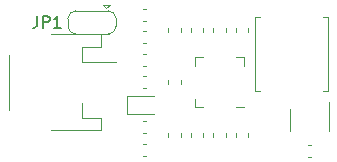
<source format=gbr>
%TF.GenerationSoftware,KiCad,Pcbnew,5.1.9+dfsg1-1~bpo10+1*%
%TF.CreationDate,Date%
%TF.ProjectId,BOOST,424f4f53-542e-46b6-9963-61645f706362,v1.8*%
%TF.SameCoordinates,Original*%
%TF.FileFunction,Legend,Top*%
%TF.FilePolarity,Positive*%
%FSLAX46Y46*%
G04 Gerber Fmt 4.6, Leading zero omitted, Abs format (unit mm)*
G04 Created by KiCad*
%MOMM*%
%LPD*%
G01*
G04 APERTURE LIST*
%ADD10C,0.120000*%
%ADD11C,0.200000*%
G04 APERTURE END LIST*
D10*
%TO.C,L1*%
X26341000Y-2107000D02*
X26341000Y-8307000D01*
X26341000Y-8307000D02*
X25891000Y-8307000D01*
X20141000Y-8307000D02*
X20141000Y-2107000D01*
X20141000Y-8307000D02*
X20591000Y-8307000D01*
X20141000Y-2107000D02*
X20591000Y-2107000D01*
X26341000Y-2107000D02*
X25891000Y-2107000D01*
%TO.C,C3*%
X18540000Y-3337779D02*
X18540000Y-3012221D01*
X19560000Y-3337779D02*
X19560000Y-3012221D01*
%TO.C,C6*%
X19560000Y-11902221D02*
X19560000Y-12227779D01*
X18540000Y-11902221D02*
X18540000Y-12227779D01*
%TO.C,C7*%
X17655000Y-11902221D02*
X17655000Y-12227779D01*
X16635000Y-11902221D02*
X16635000Y-12227779D01*
%TO.C,C5*%
X10957779Y-6225000D02*
X10632221Y-6225000D01*
X10957779Y-5205000D02*
X10632221Y-5205000D01*
%TO.C,C4*%
X16635000Y-3337779D02*
X16635000Y-3012221D01*
X17655000Y-3337779D02*
X17655000Y-3012221D01*
%TO.C,R8*%
X13845000Y-11902221D02*
X13845000Y-12227779D01*
X12825000Y-11902221D02*
X12825000Y-12227779D01*
%TO.C,R7*%
X14730000Y-12227779D02*
X14730000Y-11902221D01*
X15750000Y-12227779D02*
X15750000Y-11902221D01*
%TO.C,R6*%
X15750000Y-3012221D02*
X15750000Y-3337779D01*
X14730000Y-3012221D02*
X14730000Y-3337779D01*
%TO.C,R5*%
X12825000Y-3337779D02*
X12825000Y-3012221D01*
X13845000Y-3337779D02*
X13845000Y-3012221D01*
%TO.C,R4*%
X12825000Y-7782779D02*
X12825000Y-7457221D01*
X13845000Y-7782779D02*
X13845000Y-7457221D01*
%TO.C,R3*%
X24602221Y-12952000D02*
X24927779Y-12952000D01*
X24602221Y-13972000D02*
X24927779Y-13972000D01*
%TO.C,U2*%
X15735000Y-9730000D02*
X15035000Y-9730000D01*
X15035000Y-9730000D02*
X15035000Y-9030000D01*
X18555000Y-5510000D02*
X19255000Y-5510000D01*
X19255000Y-5510000D02*
X19255000Y-6210000D01*
X15735000Y-5510000D02*
X15035000Y-5510000D01*
X15035000Y-5510000D02*
X15035000Y-6210000D01*
X18555000Y-9730000D02*
X19255000Y-9730000D01*
%TO.C,U1*%
X23155000Y-9895000D02*
X23155000Y-11695000D01*
X26375000Y-11695000D02*
X26375000Y-9245000D01*
%TO.C,JP1*%
X7550000Y-1340000D02*
X7250000Y-1040000D01*
X7850000Y-1040000D02*
X7250000Y-1040000D01*
X7550000Y-1340000D02*
X7850000Y-1040000D01*
X8400000Y-2240000D02*
X8400000Y-2840000D01*
X4950000Y-1540000D02*
X7750000Y-1540000D01*
X4300000Y-2840000D02*
X4300000Y-2240000D01*
X7750000Y-3540000D02*
X4950000Y-3540000D01*
X8400000Y-2840000D02*
G75*
G02*
X7700000Y-3540000I-700000J0D01*
G01*
X7700000Y-1540000D02*
G75*
G02*
X8400000Y-2240000I0J-700000D01*
G01*
X4300000Y-2240000D02*
G75*
G02*
X5000000Y-1540000I700000J0D01*
G01*
X5000000Y-3540000D02*
G75*
G02*
X4300000Y-2840000I0J700000D01*
G01*
%TO.C,J1*%
X2870000Y-3560000D02*
X7120000Y-3560000D01*
X7120000Y-3560000D02*
X7120000Y-4580000D01*
X7120000Y-4580000D02*
X5520000Y-4580000D01*
X5520000Y-4580000D02*
X5520000Y-5860000D01*
X5520000Y-5860000D02*
X8410000Y-5860000D01*
X2870000Y-11680000D02*
X7120000Y-11680000D01*
X7120000Y-11680000D02*
X7120000Y-10660000D01*
X7120000Y-10660000D02*
X5520000Y-10660000D01*
X5520000Y-10660000D02*
X5520000Y-9380000D01*
X-700000Y-5280000D02*
X-700000Y-9960000D01*
%TO.C,R2*%
X10632221Y-1395000D02*
X10957779Y-1395000D01*
X10632221Y-2415000D02*
X10957779Y-2415000D01*
%TO.C,R1*%
X10957779Y-4320000D02*
X10632221Y-4320000D01*
X10957779Y-3300000D02*
X10632221Y-3300000D01*
%TO.C,C1*%
X10632221Y-10920000D02*
X10957779Y-10920000D01*
X10632221Y-11940000D02*
X10957779Y-11940000D01*
%TO.C,F1*%
X10632221Y-7110000D02*
X10957779Y-7110000D01*
X10632221Y-8130000D02*
X10957779Y-8130000D01*
%TO.C,D1*%
X11595000Y-8790000D02*
X9310000Y-8790000D01*
X9310000Y-8790000D02*
X9310000Y-10260000D01*
X9310000Y-10260000D02*
X11595000Y-10260000D01*
%TO.C,C2*%
X10957779Y-13845000D02*
X10632221Y-13845000D01*
X10957779Y-12825000D02*
X10632221Y-12825000D01*
%TD*%
%TO.C,JP1*%
D11*
X1706666Y-1992380D02*
X1706666Y-2706666D01*
X1659047Y-2849523D01*
X1563809Y-2944761D01*
X1420952Y-2992380D01*
X1325714Y-2992380D01*
X2182857Y-2992380D02*
X2182857Y-1992380D01*
X2563809Y-1992380D01*
X2659047Y-2040000D01*
X2706666Y-2087619D01*
X2754285Y-2182857D01*
X2754285Y-2325714D01*
X2706666Y-2420952D01*
X2659047Y-2468571D01*
X2563809Y-2516190D01*
X2182857Y-2516190D01*
X3706666Y-2992380D02*
X3135238Y-2992380D01*
X3420952Y-2992380D02*
X3420952Y-1992380D01*
X3325714Y-2135238D01*
X3230476Y-2230476D01*
X3135238Y-2278095D01*
%TD*%
M02*

</source>
